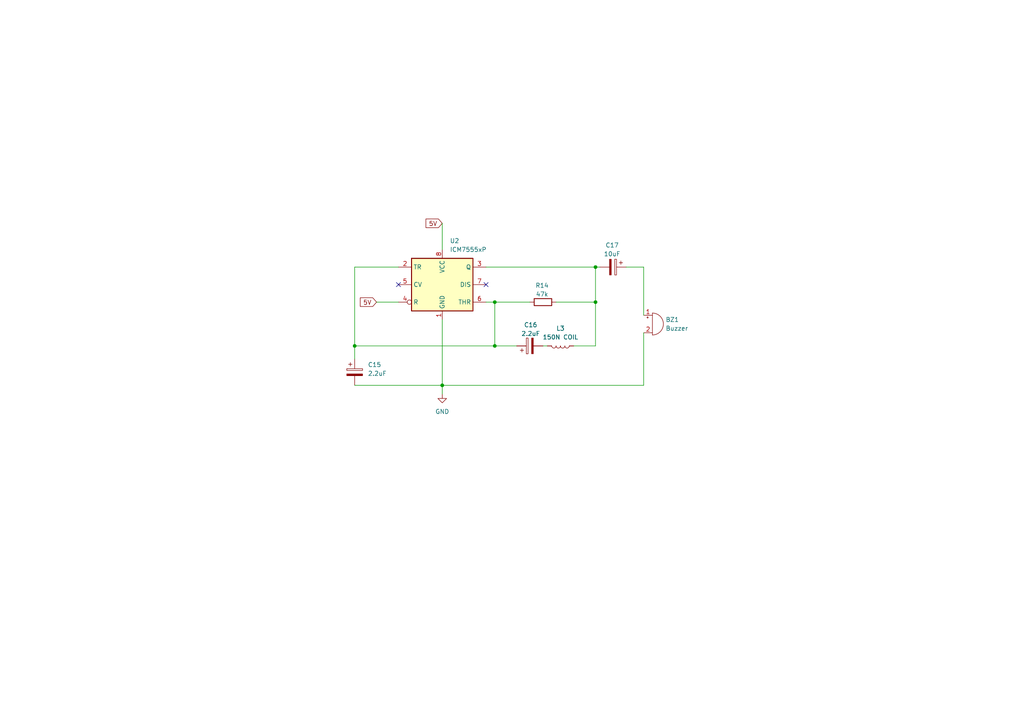
<source format=kicad_sch>
(kicad_sch
	(version 20250114)
	(generator "eeschema")
	(generator_version "9.0")
	(uuid "bf168360-121e-48ef-af7d-94c00594d085")
	(paper "A4")
	(lib_symbols
		(symbol "Device:Buzzer"
			(pin_names
				(offset 0.0254)
				(hide yes)
			)
			(exclude_from_sim no)
			(in_bom yes)
			(on_board yes)
			(property "Reference" "BZ"
				(at 3.81 1.27 0)
				(effects
					(font
						(size 1.27 1.27)
					)
					(justify left)
				)
			)
			(property "Value" "Buzzer"
				(at 3.81 -1.27 0)
				(effects
					(font
						(size 1.27 1.27)
					)
					(justify left)
				)
			)
			(property "Footprint" ""
				(at -0.635 2.54 90)
				(effects
					(font
						(size 1.27 1.27)
					)
					(hide yes)
				)
			)
			(property "Datasheet" "~"
				(at -0.635 2.54 90)
				(effects
					(font
						(size 1.27 1.27)
					)
					(hide yes)
				)
			)
			(property "Description" "Buzzer, polarized"
				(at 0 0 0)
				(effects
					(font
						(size 1.27 1.27)
					)
					(hide yes)
				)
			)
			(property "ki_keywords" "quartz resonator ceramic"
				(at 0 0 0)
				(effects
					(font
						(size 1.27 1.27)
					)
					(hide yes)
				)
			)
			(property "ki_fp_filters" "*Buzzer*"
				(at 0 0 0)
				(effects
					(font
						(size 1.27 1.27)
					)
					(hide yes)
				)
			)
			(symbol "Buzzer_0_1"
				(polyline
					(pts
						(xy -1.651 1.905) (xy -1.143 1.905)
					)
					(stroke
						(width 0)
						(type default)
					)
					(fill
						(type none)
					)
				)
				(polyline
					(pts
						(xy -1.397 2.159) (xy -1.397 1.651)
					)
					(stroke
						(width 0)
						(type default)
					)
					(fill
						(type none)
					)
				)
				(arc
					(start 0 3.175)
					(mid 3.1612 0)
					(end 0 -3.175)
					(stroke
						(width 0)
						(type default)
					)
					(fill
						(type none)
					)
				)
				(polyline
					(pts
						(xy 0 3.175) (xy 0 -3.175)
					)
					(stroke
						(width 0)
						(type default)
					)
					(fill
						(type none)
					)
				)
			)
			(symbol "Buzzer_1_1"
				(pin passive line
					(at -2.54 2.54 0)
					(length 2.54)
					(name "+"
						(effects
							(font
								(size 1.27 1.27)
							)
						)
					)
					(number "1"
						(effects
							(font
								(size 1.27 1.27)
							)
						)
					)
				)
				(pin passive line
					(at -2.54 -2.54 0)
					(length 2.54)
					(name "-"
						(effects
							(font
								(size 1.27 1.27)
							)
						)
					)
					(number "2"
						(effects
							(font
								(size 1.27 1.27)
							)
						)
					)
				)
			)
			(embedded_fonts no)
		)
		(symbol "Device:C_Polarized"
			(pin_numbers
				(hide yes)
			)
			(pin_names
				(offset 0.254)
			)
			(exclude_from_sim no)
			(in_bom yes)
			(on_board yes)
			(property "Reference" "C"
				(at 0.635 2.54 0)
				(effects
					(font
						(size 1.27 1.27)
					)
					(justify left)
				)
			)
			(property "Value" "C_Polarized"
				(at 0.635 -2.54 0)
				(effects
					(font
						(size 1.27 1.27)
					)
					(justify left)
				)
			)
			(property "Footprint" ""
				(at 0.9652 -3.81 0)
				(effects
					(font
						(size 1.27 1.27)
					)
					(hide yes)
				)
			)
			(property "Datasheet" "~"
				(at 0 0 0)
				(effects
					(font
						(size 1.27 1.27)
					)
					(hide yes)
				)
			)
			(property "Description" "Polarized capacitor"
				(at 0 0 0)
				(effects
					(font
						(size 1.27 1.27)
					)
					(hide yes)
				)
			)
			(property "ki_keywords" "cap capacitor"
				(at 0 0 0)
				(effects
					(font
						(size 1.27 1.27)
					)
					(hide yes)
				)
			)
			(property "ki_fp_filters" "CP_*"
				(at 0 0 0)
				(effects
					(font
						(size 1.27 1.27)
					)
					(hide yes)
				)
			)
			(symbol "C_Polarized_0_1"
				(rectangle
					(start -2.286 0.508)
					(end 2.286 1.016)
					(stroke
						(width 0)
						(type default)
					)
					(fill
						(type none)
					)
				)
				(polyline
					(pts
						(xy -1.778 2.286) (xy -0.762 2.286)
					)
					(stroke
						(width 0)
						(type default)
					)
					(fill
						(type none)
					)
				)
				(polyline
					(pts
						(xy -1.27 2.794) (xy -1.27 1.778)
					)
					(stroke
						(width 0)
						(type default)
					)
					(fill
						(type none)
					)
				)
				(rectangle
					(start 2.286 -0.508)
					(end -2.286 -1.016)
					(stroke
						(width 0)
						(type default)
					)
					(fill
						(type outline)
					)
				)
			)
			(symbol "C_Polarized_1_1"
				(pin passive line
					(at 0 3.81 270)
					(length 2.794)
					(name "~"
						(effects
							(font
								(size 1.27 1.27)
							)
						)
					)
					(number "1"
						(effects
							(font
								(size 1.27 1.27)
							)
						)
					)
				)
				(pin passive line
					(at 0 -3.81 90)
					(length 2.794)
					(name "~"
						(effects
							(font
								(size 1.27 1.27)
							)
						)
					)
					(number "2"
						(effects
							(font
								(size 1.27 1.27)
							)
						)
					)
				)
			)
			(embedded_fonts no)
		)
		(symbol "Device:L"
			(pin_numbers
				(hide yes)
			)
			(pin_names
				(offset 1.016)
				(hide yes)
			)
			(exclude_from_sim no)
			(in_bom yes)
			(on_board yes)
			(property "Reference" "L"
				(at -1.27 0 90)
				(effects
					(font
						(size 1.27 1.27)
					)
				)
			)
			(property "Value" "L"
				(at 1.905 0 90)
				(effects
					(font
						(size 1.27 1.27)
					)
				)
			)
			(property "Footprint" ""
				(at 0 0 0)
				(effects
					(font
						(size 1.27 1.27)
					)
					(hide yes)
				)
			)
			(property "Datasheet" "~"
				(at 0 0 0)
				(effects
					(font
						(size 1.27 1.27)
					)
					(hide yes)
				)
			)
			(property "Description" "Inductor"
				(at 0 0 0)
				(effects
					(font
						(size 1.27 1.27)
					)
					(hide yes)
				)
			)
			(property "ki_keywords" "inductor choke coil reactor magnetic"
				(at 0 0 0)
				(effects
					(font
						(size 1.27 1.27)
					)
					(hide yes)
				)
			)
			(property "ki_fp_filters" "Choke_* *Coil* Inductor_* L_*"
				(at 0 0 0)
				(effects
					(font
						(size 1.27 1.27)
					)
					(hide yes)
				)
			)
			(symbol "L_0_1"
				(arc
					(start 0 2.54)
					(mid 0.6323 1.905)
					(end 0 1.27)
					(stroke
						(width 0)
						(type default)
					)
					(fill
						(type none)
					)
				)
				(arc
					(start 0 1.27)
					(mid 0.6323 0.635)
					(end 0 0)
					(stroke
						(width 0)
						(type default)
					)
					(fill
						(type none)
					)
				)
				(arc
					(start 0 0)
					(mid 0.6323 -0.635)
					(end 0 -1.27)
					(stroke
						(width 0)
						(type default)
					)
					(fill
						(type none)
					)
				)
				(arc
					(start 0 -1.27)
					(mid 0.6323 -1.905)
					(end 0 -2.54)
					(stroke
						(width 0)
						(type default)
					)
					(fill
						(type none)
					)
				)
			)
			(symbol "L_1_1"
				(pin passive line
					(at 0 3.81 270)
					(length 1.27)
					(name "1"
						(effects
							(font
								(size 1.27 1.27)
							)
						)
					)
					(number "1"
						(effects
							(font
								(size 1.27 1.27)
							)
						)
					)
				)
				(pin passive line
					(at 0 -3.81 90)
					(length 1.27)
					(name "2"
						(effects
							(font
								(size 1.27 1.27)
							)
						)
					)
					(number "2"
						(effects
							(font
								(size 1.27 1.27)
							)
						)
					)
				)
			)
			(embedded_fonts no)
		)
		(symbol "Device:R"
			(pin_numbers
				(hide yes)
			)
			(pin_names
				(offset 0)
			)
			(exclude_from_sim no)
			(in_bom yes)
			(on_board yes)
			(property "Reference" "R"
				(at 2.032 0 90)
				(effects
					(font
						(size 1.27 1.27)
					)
				)
			)
			(property "Value" "R"
				(at 0 0 90)
				(effects
					(font
						(size 1.27 1.27)
					)
				)
			)
			(property "Footprint" ""
				(at -1.778 0 90)
				(effects
					(font
						(size 1.27 1.27)
					)
					(hide yes)
				)
			)
			(property "Datasheet" "~"
				(at 0 0 0)
				(effects
					(font
						(size 1.27 1.27)
					)
					(hide yes)
				)
			)
			(property "Description" "Resistor"
				(at 0 0 0)
				(effects
					(font
						(size 1.27 1.27)
					)
					(hide yes)
				)
			)
			(property "ki_keywords" "R res resistor"
				(at 0 0 0)
				(effects
					(font
						(size 1.27 1.27)
					)
					(hide yes)
				)
			)
			(property "ki_fp_filters" "R_*"
				(at 0 0 0)
				(effects
					(font
						(size 1.27 1.27)
					)
					(hide yes)
				)
			)
			(symbol "R_0_1"
				(rectangle
					(start -1.016 -2.54)
					(end 1.016 2.54)
					(stroke
						(width 0.254)
						(type default)
					)
					(fill
						(type none)
					)
				)
			)
			(symbol "R_1_1"
				(pin passive line
					(at 0 3.81 270)
					(length 1.27)
					(name "~"
						(effects
							(font
								(size 1.27 1.27)
							)
						)
					)
					(number "1"
						(effects
							(font
								(size 1.27 1.27)
							)
						)
					)
				)
				(pin passive line
					(at 0 -3.81 90)
					(length 1.27)
					(name "~"
						(effects
							(font
								(size 1.27 1.27)
							)
						)
					)
					(number "2"
						(effects
							(font
								(size 1.27 1.27)
							)
						)
					)
				)
			)
			(embedded_fonts no)
		)
		(symbol "Timer:ICM7555xP"
			(exclude_from_sim no)
			(in_bom yes)
			(on_board yes)
			(property "Reference" "U"
				(at -10.16 8.89 0)
				(effects
					(font
						(size 1.27 1.27)
					)
					(justify left)
				)
			)
			(property "Value" "ICM7555xP"
				(at 2.54 8.89 0)
				(effects
					(font
						(size 1.27 1.27)
					)
					(justify left)
				)
			)
			(property "Footprint" "Package_DIP:DIP-8_W7.62mm"
				(at 16.51 -10.16 0)
				(effects
					(font
						(size 1.27 1.27)
					)
					(hide yes)
				)
			)
			(property "Datasheet" "http://www.intersil.com/content/dam/Intersil/documents/icm7/icm7555-56.pdf"
				(at 21.59 -10.16 0)
				(effects
					(font
						(size 1.27 1.27)
					)
					(hide yes)
				)
			)
			(property "Description" "CMOS General Purpose Timer, 555 compatible, PDIP-8"
				(at 0 0 0)
				(effects
					(font
						(size 1.27 1.27)
					)
					(hide yes)
				)
			)
			(property "ki_keywords" "single timer 555"
				(at 0 0 0)
				(effects
					(font
						(size 1.27 1.27)
					)
					(hide yes)
				)
			)
			(property "ki_fp_filters" "DIP*W7.62mm*"
				(at 0 0 0)
				(effects
					(font
						(size 1.27 1.27)
					)
					(hide yes)
				)
			)
			(symbol "ICM7555xP_0_0"
				(pin power_in line
					(at 0 10.16 270)
					(length 2.54)
					(name "VCC"
						(effects
							(font
								(size 1.27 1.27)
							)
						)
					)
					(number "8"
						(effects
							(font
								(size 1.27 1.27)
							)
						)
					)
				)
				(pin power_in line
					(at 0 -10.16 90)
					(length 2.54)
					(name "GND"
						(effects
							(font
								(size 1.27 1.27)
							)
						)
					)
					(number "1"
						(effects
							(font
								(size 1.27 1.27)
							)
						)
					)
				)
			)
			(symbol "ICM7555xP_0_1"
				(rectangle
					(start -8.89 -7.62)
					(end 8.89 7.62)
					(stroke
						(width 0.254)
						(type default)
					)
					(fill
						(type background)
					)
				)
				(rectangle
					(start -8.89 -7.62)
					(end 8.89 7.62)
					(stroke
						(width 0.254)
						(type default)
					)
					(fill
						(type background)
					)
				)
			)
			(symbol "ICM7555xP_1_1"
				(pin input line
					(at -12.7 5.08 0)
					(length 3.81)
					(name "TR"
						(effects
							(font
								(size 1.27 1.27)
							)
						)
					)
					(number "2"
						(effects
							(font
								(size 1.27 1.27)
							)
						)
					)
				)
				(pin input line
					(at -12.7 0 0)
					(length 3.81)
					(name "CV"
						(effects
							(font
								(size 1.27 1.27)
							)
						)
					)
					(number "5"
						(effects
							(font
								(size 1.27 1.27)
							)
						)
					)
				)
				(pin input inverted
					(at -12.7 -5.08 0)
					(length 3.81)
					(name "R"
						(effects
							(font
								(size 1.27 1.27)
							)
						)
					)
					(number "4"
						(effects
							(font
								(size 1.27 1.27)
							)
						)
					)
				)
				(pin output line
					(at 12.7 5.08 180)
					(length 3.81)
					(name "Q"
						(effects
							(font
								(size 1.27 1.27)
							)
						)
					)
					(number "3"
						(effects
							(font
								(size 1.27 1.27)
							)
						)
					)
				)
				(pin input line
					(at 12.7 0 180)
					(length 3.81)
					(name "DIS"
						(effects
							(font
								(size 1.27 1.27)
							)
						)
					)
					(number "7"
						(effects
							(font
								(size 1.27 1.27)
							)
						)
					)
				)
				(pin input line
					(at 12.7 -5.08 180)
					(length 3.81)
					(name "THR"
						(effects
							(font
								(size 1.27 1.27)
							)
						)
					)
					(number "6"
						(effects
							(font
								(size 1.27 1.27)
							)
						)
					)
				)
			)
			(embedded_fonts no)
		)
		(symbol "power:GND"
			(power)
			(pin_numbers
				(hide yes)
			)
			(pin_names
				(offset 0)
				(hide yes)
			)
			(exclude_from_sim no)
			(in_bom yes)
			(on_board yes)
			(property "Reference" "#PWR"
				(at 0 -6.35 0)
				(effects
					(font
						(size 1.27 1.27)
					)
					(hide yes)
				)
			)
			(property "Value" "GND"
				(at 0 -3.81 0)
				(effects
					(font
						(size 1.27 1.27)
					)
				)
			)
			(property "Footprint" ""
				(at 0 0 0)
				(effects
					(font
						(size 1.27 1.27)
					)
					(hide yes)
				)
			)
			(property "Datasheet" ""
				(at 0 0 0)
				(effects
					(font
						(size 1.27 1.27)
					)
					(hide yes)
				)
			)
			(property "Description" "Power symbol creates a global label with name \"GND\" , ground"
				(at 0 0 0)
				(effects
					(font
						(size 1.27 1.27)
					)
					(hide yes)
				)
			)
			(property "ki_keywords" "global power"
				(at 0 0 0)
				(effects
					(font
						(size 1.27 1.27)
					)
					(hide yes)
				)
			)
			(symbol "GND_0_1"
				(polyline
					(pts
						(xy 0 0) (xy 0 -1.27) (xy 1.27 -1.27) (xy 0 -2.54) (xy -1.27 -1.27) (xy 0 -1.27)
					)
					(stroke
						(width 0)
						(type default)
					)
					(fill
						(type none)
					)
				)
			)
			(symbol "GND_1_1"
				(pin power_in line
					(at 0 0 270)
					(length 0)
					(name "~"
						(effects
							(font
								(size 1.27 1.27)
							)
						)
					)
					(number "1"
						(effects
							(font
								(size 1.27 1.27)
							)
						)
					)
				)
			)
			(embedded_fonts no)
		)
	)
	(junction
		(at 102.87 100.33)
		(diameter 0)
		(color 0 0 0 0)
		(uuid "41d3af71-e479-4cc7-b7e5-d169c17580dc")
	)
	(junction
		(at 143.51 87.63)
		(diameter 0)
		(color 0 0 0 0)
		(uuid "617d689d-b737-4556-bae4-96a620ba4668")
	)
	(junction
		(at 143.51 100.33)
		(diameter 0)
		(color 0 0 0 0)
		(uuid "a9436bf3-8e12-4a78-a992-af937b7f5652")
	)
	(junction
		(at 172.72 87.63)
		(diameter 0)
		(color 0 0 0 0)
		(uuid "ce071c71-f79f-47cf-909a-fc4b959f5d77")
	)
	(junction
		(at 172.72 77.47)
		(diameter 0)
		(color 0 0 0 0)
		(uuid "e99528d3-1942-400f-9d38-6c71e27d17b5")
	)
	(junction
		(at 128.27 111.76)
		(diameter 0)
		(color 0 0 0 0)
		(uuid "fb0f484e-9133-4adf-aaf3-b70c9cd5ca79")
	)
	(no_connect
		(at 115.57 82.55)
		(uuid "3fe3bb86-a4d2-4e4f-88bd-e590de8d5e95")
	)
	(no_connect
		(at 140.97 82.55)
		(uuid "ce8a662e-342e-470c-a070-2713455851ca")
	)
	(wire
		(pts
			(xy 181.61 77.47) (xy 186.69 77.47)
		)
		(stroke
			(width 0)
			(type default)
		)
		(uuid "0db5ea81-cf88-4840-9127-9fe61737a885")
	)
	(wire
		(pts
			(xy 157.48 100.33) (xy 158.75 100.33)
		)
		(stroke
			(width 0)
			(type default)
		)
		(uuid "215f89ef-0073-4571-925a-c1d6e8cb94cf")
	)
	(wire
		(pts
			(xy 166.37 100.33) (xy 172.72 100.33)
		)
		(stroke
			(width 0)
			(type default)
		)
		(uuid "256de2f1-ae38-413d-ac86-5af31a3f11b4")
	)
	(wire
		(pts
			(xy 109.22 87.63) (xy 115.57 87.63)
		)
		(stroke
			(width 0)
			(type default)
		)
		(uuid "32506e49-0d28-4bf8-8216-8c9c5fa5e3cc")
	)
	(wire
		(pts
			(xy 102.87 111.76) (xy 128.27 111.76)
		)
		(stroke
			(width 0)
			(type default)
		)
		(uuid "3c9a0422-80c2-455c-9c91-c17801bd4e8f")
	)
	(wire
		(pts
			(xy 186.69 77.47) (xy 186.69 91.44)
		)
		(stroke
			(width 0)
			(type default)
		)
		(uuid "3ec498d3-77b4-4a24-b43e-dcb358515d4c")
	)
	(wire
		(pts
			(xy 140.97 77.47) (xy 172.72 77.47)
		)
		(stroke
			(width 0)
			(type default)
		)
		(uuid "536137f1-62aa-4a87-a747-69956de6f4d1")
	)
	(wire
		(pts
			(xy 128.27 64.77) (xy 128.27 72.39)
		)
		(stroke
			(width 0)
			(type default)
		)
		(uuid "5382ea36-a248-4947-a722-b00c4155d5e3")
	)
	(wire
		(pts
			(xy 128.27 114.3) (xy 128.27 111.76)
		)
		(stroke
			(width 0)
			(type default)
		)
		(uuid "53ba7f55-4c6d-4eca-827d-b8831c2f5075")
	)
	(wire
		(pts
			(xy 115.57 77.47) (xy 102.87 77.47)
		)
		(stroke
			(width 0)
			(type default)
		)
		(uuid "5ff74db7-89bc-46b0-8689-599b746dee0c")
	)
	(wire
		(pts
			(xy 143.51 100.33) (xy 143.51 87.63)
		)
		(stroke
			(width 0)
			(type default)
		)
		(uuid "65a10625-9102-41b0-8b2e-489e513b0ab0")
	)
	(wire
		(pts
			(xy 143.51 100.33) (xy 149.86 100.33)
		)
		(stroke
			(width 0)
			(type default)
		)
		(uuid "66417186-054a-4d8f-98dd-c7768237f74f")
	)
	(wire
		(pts
			(xy 128.27 111.76) (xy 128.27 92.71)
		)
		(stroke
			(width 0)
			(type default)
		)
		(uuid "881aeb53-090f-46b5-b708-34b06d08bc82")
	)
	(wire
		(pts
			(xy 143.51 87.63) (xy 153.67 87.63)
		)
		(stroke
			(width 0)
			(type default)
		)
		(uuid "985231d6-3850-4580-820c-55bb1f8e0338")
	)
	(wire
		(pts
			(xy 102.87 77.47) (xy 102.87 100.33)
		)
		(stroke
			(width 0)
			(type default)
		)
		(uuid "a0e4a763-996c-4e38-926d-49c44f8f726d")
	)
	(wire
		(pts
			(xy 172.72 77.47) (xy 172.72 87.63)
		)
		(stroke
			(width 0)
			(type default)
		)
		(uuid "a2903e2d-7312-4cba-916b-7283c29b8bfe")
	)
	(wire
		(pts
			(xy 186.69 96.52) (xy 186.69 111.76)
		)
		(stroke
			(width 0)
			(type default)
		)
		(uuid "a5859273-4599-4e58-8f10-33309b58239f")
	)
	(wire
		(pts
			(xy 173.99 77.47) (xy 172.72 77.47)
		)
		(stroke
			(width 0)
			(type default)
		)
		(uuid "aea250c8-8441-4094-b89c-15dbc4ae662a")
	)
	(wire
		(pts
			(xy 172.72 100.33) (xy 172.72 87.63)
		)
		(stroke
			(width 0)
			(type default)
		)
		(uuid "d3d66f6c-04d2-4ce6-bd31-2e25d76eb15b")
	)
	(wire
		(pts
			(xy 140.97 87.63) (xy 143.51 87.63)
		)
		(stroke
			(width 0)
			(type default)
		)
		(uuid "e104273e-161b-4b44-8495-2082eb71d7cc")
	)
	(wire
		(pts
			(xy 186.69 111.76) (xy 128.27 111.76)
		)
		(stroke
			(width 0)
			(type default)
		)
		(uuid "e1bad8c3-5aaf-4f49-a949-7c554a872d36")
	)
	(wire
		(pts
			(xy 102.87 100.33) (xy 102.87 104.14)
		)
		(stroke
			(width 0)
			(type default)
		)
		(uuid "e2c5587a-9f1e-43e5-8cd3-b2a3ac9a67cf")
	)
	(wire
		(pts
			(xy 102.87 100.33) (xy 143.51 100.33)
		)
		(stroke
			(width 0)
			(type default)
		)
		(uuid "ea56aaf3-a7a0-4451-a839-6015aaf3424f")
	)
	(wire
		(pts
			(xy 172.72 87.63) (xy 161.29 87.63)
		)
		(stroke
			(width 0)
			(type default)
		)
		(uuid "eef3d727-735e-4000-924f-42f4d56a5b78")
	)
	(global_label "5V"
		(shape input)
		(at 128.27 64.77 180)
		(fields_autoplaced yes)
		(effects
			(font
				(size 1.27 1.27)
			)
			(justify right)
		)
		(uuid "a42a3c34-cefd-432d-a6bf-859bdaf093ff")
		(property "Intersheetrefs" "${INTERSHEET_REFS}"
			(at 122.9867 64.77 0)
			(effects
				(font
					(size 1.27 1.27)
				)
				(justify right)
				(hide yes)
			)
		)
	)
	(global_label "5V"
		(shape input)
		(at 109.22 87.63 180)
		(fields_autoplaced yes)
		(effects
			(font
				(size 1.27 1.27)
			)
			(justify right)
		)
		(uuid "e75a41e7-53de-49eb-930a-62d07a7f3283")
		(property "Intersheetrefs" "${INTERSHEET_REFS}"
			(at 103.9367 87.63 0)
			(effects
				(font
					(size 1.27 1.27)
				)
				(justify right)
				(hide yes)
			)
		)
	)
	(symbol
		(lib_id "Device:C_Polarized")
		(at 153.67 100.33 90)
		(unit 1)
		(exclude_from_sim no)
		(in_bom yes)
		(on_board yes)
		(dnp no)
		(uuid "0381465b-3dc5-4769-9923-5316b86ab0e5")
		(property "Reference" "C16"
			(at 153.924 94.234 90)
			(effects
				(font
					(size 1.27 1.27)
				)
			)
		)
		(property "Value" "2.2uF"
			(at 153.924 96.774 90)
			(effects
				(font
					(size 1.27 1.27)
				)
			)
		)
		(property "Footprint" "Capacitor_THT:CP_Radial_D4.0mm_P2.00mm"
			(at 157.48 99.3648 0)
			(effects
				(font
					(size 1.27 1.27)
				)
				(hide yes)
			)
		)
		(property "Datasheet" "~"
			(at 153.67 100.33 0)
			(effects
				(font
					(size 1.27 1.27)
				)
				(hide yes)
			)
		)
		(property "Description" "Polarized capacitor"
			(at 153.67 100.33 0)
			(effects
				(font
					(size 1.27 1.27)
				)
				(hide yes)
			)
		)
		(pin "1"
			(uuid "5a975ed0-6c93-4e05-ba47-953a17c2caf0")
		)
		(pin "2"
			(uuid "a69ee1e6-9590-4f62-af00-1a57cd750d54")
		)
		(instances
			(project "Car_PCB"
				(path "/c7e35edf-6ffe-40dc-9a4f-72db8dbc3769/79b6e4a2-2134-48a0-a215-a741b745398a"
					(reference "C16")
					(unit 1)
				)
			)
		)
	)
	(symbol
		(lib_id "Device:L")
		(at 162.56 100.33 270)
		(unit 1)
		(exclude_from_sim no)
		(in_bom yes)
		(on_board yes)
		(dnp no)
		(fields_autoplaced yes)
		(uuid "0dfdf215-0783-4d42-977c-50f3aa8137fd")
		(property "Reference" "L3"
			(at 162.56 95.25 90)
			(effects
				(font
					(size 1.27 1.27)
				)
			)
		)
		(property "Value" "150N COIL"
			(at 162.56 97.79 90)
			(effects
				(font
					(size 1.27 1.27)
				)
			)
		)
		(property "Footprint" "Connector_PinHeader_2.54mm:PinHeader_1x02_P2.54mm_Vertical"
			(at 162.56 100.33 0)
			(effects
				(font
					(size 1.27 1.27)
				)
				(hide yes)
			)
		)
		(property "Datasheet" "~"
			(at 162.56 100.33 0)
			(effects
				(font
					(size 1.27 1.27)
				)
				(hide yes)
			)
		)
		(property "Description" "Inductor"
			(at 162.56 100.33 0)
			(effects
				(font
					(size 1.27 1.27)
				)
				(hide yes)
			)
		)
		(pin "2"
			(uuid "ab5bacde-8f45-4a1b-8c24-dec9e71adc31")
		)
		(pin "1"
			(uuid "ee1701ae-e14e-4e95-a202-e7cc7383250b")
		)
		(instances
			(project "Car_PCB"
				(path "/c7e35edf-6ffe-40dc-9a4f-72db8dbc3769/79b6e4a2-2134-48a0-a215-a741b745398a"
					(reference "L3")
					(unit 1)
				)
			)
		)
	)
	(symbol
		(lib_id "Device:C_Polarized")
		(at 177.8 77.47 270)
		(unit 1)
		(exclude_from_sim no)
		(in_bom yes)
		(on_board yes)
		(dnp no)
		(uuid "2445c51f-5b91-4616-b8e8-e6fc334bd106")
		(property "Reference" "C17"
			(at 177.546 71.12 90)
			(effects
				(font
					(size 1.27 1.27)
				)
			)
		)
		(property "Value" "10uF"
			(at 177.546 73.66 90)
			(effects
				(font
					(size 1.27 1.27)
				)
			)
		)
		(property "Footprint" "Capacitor_THT:CP_Radial_D4.0mm_P2.00mm"
			(at 173.99 78.4352 0)
			(effects
				(font
					(size 1.27 1.27)
				)
				(hide yes)
			)
		)
		(property "Datasheet" "~"
			(at 177.8 77.47 0)
			(effects
				(font
					(size 1.27 1.27)
				)
				(hide yes)
			)
		)
		(property "Description" "Polarized capacitor"
			(at 177.8 77.47 0)
			(effects
				(font
					(size 1.27 1.27)
				)
				(hide yes)
			)
		)
		(pin "1"
			(uuid "ffd9d31e-6d72-4f6c-a605-f348b29bcc3f")
		)
		(pin "2"
			(uuid "44cfe909-555a-4ed2-93c4-4f9e0f748204")
		)
		(instances
			(project "Car_PCB"
				(path "/c7e35edf-6ffe-40dc-9a4f-72db8dbc3769/79b6e4a2-2134-48a0-a215-a741b745398a"
					(reference "C17")
					(unit 1)
				)
			)
		)
	)
	(symbol
		(lib_id "Device:R")
		(at 157.48 87.63 270)
		(unit 1)
		(exclude_from_sim no)
		(in_bom yes)
		(on_board yes)
		(dnp no)
		(uuid "af4ad656-b2aa-45bc-9671-7298bc7570be")
		(property "Reference" "R14"
			(at 157.226 82.804 90)
			(effects
				(font
					(size 1.27 1.27)
				)
			)
		)
		(property "Value" "47k"
			(at 157.226 85.344 90)
			(effects
				(font
					(size 1.27 1.27)
				)
			)
		)
		(property "Footprint" "Resistor_THT:R_Axial_DIN0204_L3.6mm_D1.6mm_P5.08mm_Horizontal"
			(at 157.48 85.852 90)
			(effects
				(font
					(size 1.27 1.27)
				)
				(hide yes)
			)
		)
		(property "Datasheet" "~"
			(at 157.48 87.63 0)
			(effects
				(font
					(size 1.27 1.27)
				)
				(hide yes)
			)
		)
		(property "Description" "Resistor"
			(at 157.48 87.63 0)
			(effects
				(font
					(size 1.27 1.27)
				)
				(hide yes)
			)
		)
		(pin "1"
			(uuid "b3ad6732-1f81-4a6f-ae8c-f944c5dea540")
		)
		(pin "2"
			(uuid "5ae10f0b-f260-4539-a159-516b7a06d6da")
		)
		(instances
			(project "Car_PCB"
				(path "/c7e35edf-6ffe-40dc-9a4f-72db8dbc3769/79b6e4a2-2134-48a0-a215-a741b745398a"
					(reference "R14")
					(unit 1)
				)
			)
		)
	)
	(symbol
		(lib_id "Device:C_Polarized")
		(at 102.87 107.95 0)
		(unit 1)
		(exclude_from_sim no)
		(in_bom yes)
		(on_board yes)
		(dnp no)
		(fields_autoplaced yes)
		(uuid "b8b5e67f-bb7e-40fe-bc8a-61104bd47fd1")
		(property "Reference" "C15"
			(at 106.68 105.7909 0)
			(effects
				(font
					(size 1.27 1.27)
				)
				(justify left)
			)
		)
		(property "Value" "2.2uF"
			(at 106.68 108.3309 0)
			(effects
				(font
					(size 1.27 1.27)
				)
				(justify left)
			)
		)
		(property "Footprint" "Capacitor_THT:CP_Radial_D4.0mm_P2.00mm"
			(at 103.8352 111.76 0)
			(effects
				(font
					(size 1.27 1.27)
				)
				(hide yes)
			)
		)
		(property "Datasheet" "~"
			(at 102.87 107.95 0)
			(effects
				(font
					(size 1.27 1.27)
				)
				(hide yes)
			)
		)
		(property "Description" "Polarized capacitor"
			(at 102.87 107.95 0)
			(effects
				(font
					(size 1.27 1.27)
				)
				(hide yes)
			)
		)
		(pin "1"
			(uuid "46abc918-cf4a-4b9c-9373-af4b69390b22")
		)
		(pin "2"
			(uuid "96f3d51c-fcac-4b9a-90e1-de2b30e516bd")
		)
		(instances
			(project "Car_PCB"
				(path "/c7e35edf-6ffe-40dc-9a4f-72db8dbc3769/79b6e4a2-2134-48a0-a215-a741b745398a"
					(reference "C15")
					(unit 1)
				)
			)
		)
	)
	(symbol
		(lib_id "Device:Buzzer")
		(at 189.23 93.98 0)
		(unit 1)
		(exclude_from_sim no)
		(in_bom yes)
		(on_board yes)
		(dnp no)
		(fields_autoplaced yes)
		(uuid "d85a1ca4-52c7-4ded-b4f1-06a2e80bb75f")
		(property "Reference" "BZ1"
			(at 193.04 92.7099 0)
			(effects
				(font
					(size 1.27 1.27)
				)
				(justify left)
			)
		)
		(property "Value" "Buzzer"
			(at 193.04 95.2499 0)
			(effects
				(font
					(size 1.27 1.27)
				)
				(justify left)
			)
		)
		(property "Footprint" "Connector_PinHeader_2.54mm:PinHeader_1x02_P2.54mm_Vertical"
			(at 188.595 91.44 90)
			(effects
				(font
					(size 1.27 1.27)
				)
				(hide yes)
			)
		)
		(property "Datasheet" "~"
			(at 188.595 91.44 90)
			(effects
				(font
					(size 1.27 1.27)
				)
				(hide yes)
			)
		)
		(property "Description" "Buzzer, polarized"
			(at 189.23 93.98 0)
			(effects
				(font
					(size 1.27 1.27)
				)
				(hide yes)
			)
		)
		(pin "1"
			(uuid "67e6528b-d31c-4279-a218-0dc36f033340")
		)
		(pin "2"
			(uuid "0cf80d04-c503-491c-b1c4-d819ade0ae06")
		)
		(instances
			(project "Car_PCB"
				(path "/c7e35edf-6ffe-40dc-9a4f-72db8dbc3769/79b6e4a2-2134-48a0-a215-a741b745398a"
					(reference "BZ1")
					(unit 1)
				)
			)
		)
	)
	(symbol
		(lib_id "Timer:ICM7555xP")
		(at 128.27 82.55 0)
		(unit 1)
		(exclude_from_sim no)
		(in_bom yes)
		(on_board yes)
		(dnp no)
		(fields_autoplaced yes)
		(uuid "dd84703f-bad2-48fe-ae5b-d95e7e242ed8")
		(property "Reference" "U2"
			(at 130.4641 69.85 0)
			(effects
				(font
					(size 1.27 1.27)
				)
				(justify left)
			)
		)
		(property "Value" "ICM7555xP"
			(at 130.4641 72.39 0)
			(effects
				(font
					(size 1.27 1.27)
				)
				(justify left)
			)
		)
		(property "Footprint" "Package_DIP:DIP-8_W7.62mm"
			(at 144.78 92.71 0)
			(effects
				(font
					(size 1.27 1.27)
				)
				(hide yes)
			)
		)
		(property "Datasheet" "http://www.intersil.com/content/dam/Intersil/documents/icm7/icm7555-56.pdf"
			(at 149.86 92.71 0)
			(effects
				(font
					(size 1.27 1.27)
				)
				(hide yes)
			)
		)
		(property "Description" "CMOS General Purpose Timer, 555 compatible, PDIP-8"
			(at 128.27 82.55 0)
			(effects
				(font
					(size 1.27 1.27)
				)
				(hide yes)
			)
		)
		(pin "3"
			(uuid "074709bb-6dc2-4eda-a12a-262cd4e7e3f7")
		)
		(pin "7"
			(uuid "3a9a12a3-ee21-42b4-b225-896985a1bf01")
		)
		(pin "6"
			(uuid "c56ac000-874c-4ab4-acd6-b6cde519a69d")
		)
		(pin "2"
			(uuid "27b461d3-5f0a-4a2d-ab51-d8b39244c80c")
		)
		(pin "4"
			(uuid "83c0439e-6c6c-4877-bcdb-e27d3a77f50b")
		)
		(pin "5"
			(uuid "9e443314-45bb-4f3d-8120-4fc016eb8058")
		)
		(pin "1"
			(uuid "b06d924a-2b29-4da1-b19f-5b7335f5e16f")
		)
		(pin "8"
			(uuid "8f03387d-0c7c-4659-91b0-1e7a1b4fb878")
		)
		(instances
			(project "Car_PCB"
				(path "/c7e35edf-6ffe-40dc-9a4f-72db8dbc3769/79b6e4a2-2134-48a0-a215-a741b745398a"
					(reference "U2")
					(unit 1)
				)
			)
		)
	)
	(symbol
		(lib_id "power:GND")
		(at 128.27 114.3 0)
		(unit 1)
		(exclude_from_sim no)
		(in_bom yes)
		(on_board yes)
		(dnp no)
		(fields_autoplaced yes)
		(uuid "ff70e360-0caf-40a4-af7b-7c1f52bd6034")
		(property "Reference" "#PWR016"
			(at 128.27 120.65 0)
			(effects
				(font
					(size 1.27 1.27)
				)
				(hide yes)
			)
		)
		(property "Value" "GND"
			(at 128.27 119.38 0)
			(effects
				(font
					(size 1.27 1.27)
				)
			)
		)
		(property "Footprint" ""
			(at 128.27 114.3 0)
			(effects
				(font
					(size 1.27 1.27)
				)
				(hide yes)
			)
		)
		(property "Datasheet" ""
			(at 128.27 114.3 0)
			(effects
				(font
					(size 1.27 1.27)
				)
				(hide yes)
			)
		)
		(property "Description" "Power symbol creates a global label with name \"GND\" , ground"
			(at 128.27 114.3 0)
			(effects
				(font
					(size 1.27 1.27)
				)
				(hide yes)
			)
		)
		(pin "1"
			(uuid "e7532245-8251-484a-8deb-89f7e8c02f53")
		)
		(instances
			(project "Car_PCB"
				(path "/c7e35edf-6ffe-40dc-9a4f-72db8dbc3769/79b6e4a2-2134-48a0-a215-a741b745398a"
					(reference "#PWR016")
					(unit 1)
				)
			)
		)
	)
)

</source>
